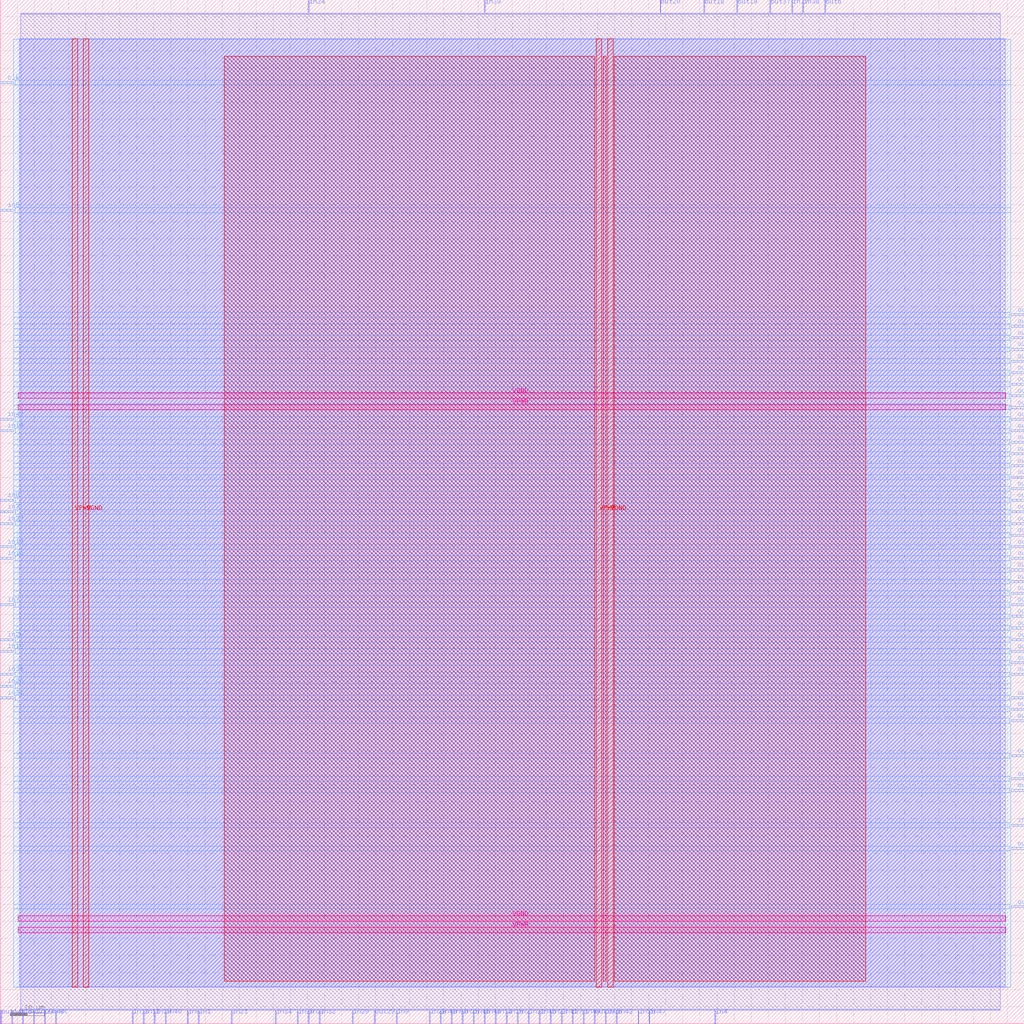
<source format=lef>
VERSION 5.7 ;
  NOWIREEXTENSIONATPIN ON ;
  DIVIDERCHAR "/" ;
  BUSBITCHARS "[]" ;
MACRO netlist_2
  CLASS BLOCK ;
  FOREIGN netlist_2 ;
  ORIGIN 0.000 0.000 ;
  SIZE 300.000 BY 300.000 ;
  PIN VGND
    DIRECTION INOUT ;
    USE GROUND ;
    PORT
      LAYER met4 ;
        RECT 24.340 10.640 25.940 288.560 ;
    END
    PORT
      LAYER met4 ;
        RECT 177.940 10.640 179.540 288.560 ;
    END
    PORT
      LAYER met5 ;
        RECT 5.280 30.030 294.640 31.630 ;
    END
    PORT
      LAYER met5 ;
        RECT 5.280 183.210 294.640 184.810 ;
    END
  END VGND
  PIN VPWR
    DIRECTION INOUT ;
    USE POWER ;
    PORT
      LAYER met4 ;
        RECT 21.040 10.640 22.640 288.560 ;
    END
    PORT
      LAYER met4 ;
        RECT 174.640 10.640 176.240 288.560 ;
    END
    PORT
      LAYER met5 ;
        RECT 5.280 26.730 294.640 28.330 ;
    END
    PORT
      LAYER met5 ;
        RECT 5.280 179.910 294.640 181.510 ;
    END
  END VPWR
  PIN clk
    DIRECTION INPUT ;
    USE SIGNAL ;
    ANTENNAGATEAREA 0.852000 ;
    ANTENNADIFFAREA 0.434700 ;
    PORT
      LAYER met3 ;
        RECT 0.000 275.440 4.000 276.040 ;
    END
  END clk
  PIN in0
    DIRECTION INPUT ;
    USE SIGNAL ;
    ANTENNAGATEAREA 0.213000 ;
    ANTENNADIFFAREA 0.434700 ;
    PORT
      LAYER met2 ;
        RECT 54.830 0.000 55.110 4.000 ;
    END
  END in0
  PIN in1
    DIRECTION INPUT ;
    USE SIGNAL ;
    ANTENNAGATEAREA 0.426000 ;
    ANTENNADIFFAREA 0.434700 ;
    PORT
      LAYER met2 ;
        RECT 58.050 0.000 58.330 4.000 ;
    END
  END in1
  PIN in10
    DIRECTION INPUT ;
    USE SIGNAL ;
    ANTENNAGATEAREA 0.213000 ;
    ANTENNADIFFAREA 0.434700 ;
    PORT
      LAYER met3 ;
        RECT 0.000 108.840 4.000 109.440 ;
    END
  END in10
  PIN in11
    DIRECTION INPUT ;
    USE SIGNAL ;
    ANTENNAGATEAREA 0.213000 ;
    ANTENNADIFFAREA 0.434700 ;
    PORT
      LAYER met2 ;
        RECT 41.950 0.000 42.230 4.000 ;
    END
  END in11
  PIN in12
    DIRECTION INPUT ;
    USE SIGNAL ;
    ANTENNAGATEAREA 0.196500 ;
    ANTENNADIFFAREA 0.434700 ;
    PORT
      LAYER met3 ;
        RECT 0.000 139.440 4.000 140.040 ;
    END
  END in12
  PIN in13
    DIRECTION INPUT ;
    USE SIGNAL ;
    ANTENNAGATEAREA 0.426000 ;
    ANTENNADIFFAREA 0.434700 ;
    PORT
      LAYER met2 ;
        RECT 38.730 0.000 39.010 4.000 ;
    END
  END in13
  PIN in14
    DIRECTION INPUT ;
    USE SIGNAL ;
    ANTENNAGATEAREA 0.196500 ;
    ANTENNADIFFAREA 0.434700 ;
    PORT
      LAYER met2 ;
        RECT 144.990 0.000 145.270 4.000 ;
    END
  END in14
  PIN in15
    DIRECTION INPUT ;
    USE SIGNAL ;
    ANTENNAGATEAREA 0.196500 ;
    ANTENNADIFFAREA 0.434700 ;
    PORT
      LAYER met2 ;
        RECT 148.210 0.000 148.490 4.000 ;
    END
  END in15
  PIN in16
    DIRECTION INPUT ;
    USE SIGNAL ;
    ANTENNAGATEAREA 0.196500 ;
    ANTENNADIFFAREA 0.434700 ;
    PORT
      LAYER met3 ;
        RECT 0.000 136.040 4.000 136.640 ;
    END
  END in16
  PIN in17
    DIRECTION INPUT ;
    USE SIGNAL ;
    ANTENNAGATEAREA 0.126000 ;
    ANTENNADIFFAREA 0.434700 ;
    PORT
      LAYER met2 ;
        RECT 231.930 296.000 232.210 300.000 ;
    END
  END in17
  PIN in18
    DIRECTION INPUT ;
    USE SIGNAL ;
    ANTENNAGATEAREA 0.426000 ;
    ANTENNADIFFAREA 0.434700 ;
    PORT
      LAYER met3 ;
        RECT 0.000 173.440 4.000 174.040 ;
    END
  END in18
  PIN in19
    DIRECTION INPUT ;
    USE SIGNAL ;
    ANTENNAGATEAREA 0.213000 ;
    ANTENNADIFFAREA 0.434700 ;
    PORT
      LAYER met2 ;
        RECT 45.170 0.000 45.450 4.000 ;
    END
  END in19
  PIN in2
    DIRECTION INPUT ;
    USE SIGNAL ;
    ANTENNAGATEAREA 0.196500 ;
    ANTENNADIFFAREA 0.434700 ;
    PORT
      LAYER met2 ;
        RECT 151.430 0.000 151.710 4.000 ;
    END
  END in2
  PIN in20
    DIRECTION INPUT ;
    USE SIGNAL ;
    ANTENNAGATEAREA 0.213000 ;
    ANTENNADIFFAREA 0.434700 ;
    PORT
      LAYER met3 ;
        RECT 0.000 112.240 4.000 112.840 ;
    END
  END in20
  PIN in21
    DIRECTION INPUT ;
    USE SIGNAL ;
    ANTENNAGATEAREA 0.247500 ;
    ANTENNADIFFAREA 0.434700 ;
    PORT
      LAYER met2 ;
        RECT 67.710 0.000 67.990 4.000 ;
    END
  END in21
  PIN in22
    DIRECTION INPUT ;
    USE SIGNAL ;
    ANTENNAGATEAREA 0.196500 ;
    ANTENNADIFFAREA 0.434700 ;
    PORT
      LAYER met2 ;
        RECT 154.650 0.000 154.930 4.000 ;
    END
  END in22
  PIN in23
    DIRECTION INPUT ;
    USE SIGNAL ;
    ANTENNAGATEAREA 0.213000 ;
    ANTENNADIFFAREA 0.434700 ;
    PORT
      LAYER met2 ;
        RECT 161.090 0.000 161.370 4.000 ;
    END
  END in23
  PIN in24
    DIRECTION INPUT ;
    USE SIGNAL ;
    ANTENNAGATEAREA 0.196500 ;
    ANTENNADIFFAREA 0.434700 ;
    PORT
      LAYER met2 ;
        RECT 90.250 296.000 90.530 300.000 ;
    END
  END in24
  PIN in25
    DIRECTION INPUT ;
    USE SIGNAL ;
    ANTENNAGATEAREA 0.196500 ;
    ANTENNADIFFAREA 0.434700 ;
    PORT
      LAYER met2 ;
        RECT 135.330 0.000 135.610 4.000 ;
    END
  END in25
  PIN in26
    DIRECTION INPUT ;
    USE SIGNAL ;
    ANTENNAGATEAREA 0.196500 ;
    ANTENNADIFFAREA 0.434700 ;
    PORT
      LAYER met3 ;
        RECT 0.000 98.640 4.000 99.240 ;
    END
  END in26
  PIN in27
    DIRECTION INPUT ;
    USE SIGNAL ;
    ANTENNAGATEAREA 0.159000 ;
    ANTENNADIFFAREA 0.434700 ;
    PORT
      LAYER met2 ;
        RECT 90.250 0.000 90.530 4.000 ;
    END
  END in27
  PIN in28
    DIRECTION INPUT ;
    USE SIGNAL ;
    ANTENNAGATEAREA 0.196500 ;
    ANTENNADIFFAREA 0.434700 ;
    PORT
      LAYER met2 ;
        RECT 125.670 0.000 125.950 4.000 ;
    END
  END in28
  PIN in29
    DIRECTION INPUT ;
    USE SIGNAL ;
    ANTENNAGATEAREA 0.196500 ;
    ANTENNADIFFAREA 0.434700 ;
    PORT
      LAYER met2 ;
        RECT 103.130 0.000 103.410 4.000 ;
    END
  END in29
  PIN in3
    DIRECTION INPUT ;
    USE SIGNAL ;
    ANTENNAGATEAREA 0.159000 ;
    ANTENNADIFFAREA 0.434700 ;
    PORT
      LAYER met3 ;
        RECT 0.000 149.640 4.000 150.240 ;
    END
  END in3
  PIN in30
    DIRECTION INPUT ;
    USE SIGNAL ;
    ANTENNAGATEAREA 0.196500 ;
    ANTENNADIFFAREA 0.434700 ;
    PORT
      LAYER met2 ;
        RECT 87.030 0.000 87.310 4.000 ;
    END
  END in30
  PIN in31
    DIRECTION INPUT ;
    USE SIGNAL ;
    ANTENNAGATEAREA 0.196500 ;
    ANTENNADIFFAREA 0.434700 ;
    PORT
      LAYER met3 ;
        RECT 0.000 95.240 4.000 95.840 ;
    END
  END in31
  PIN in32
    DIRECTION INPUT ;
    USE SIGNAL ;
    ANTENNAGATEAREA 0.159000 ;
    ANTENNADIFFAREA 0.434700 ;
    PORT
      LAYER met2 ;
        RECT 93.470 0.000 93.750 4.000 ;
    END
  END in32
  PIN in33
    DIRECTION INPUT ;
    USE SIGNAL ;
    ANTENNAGATEAREA 0.126000 ;
    ANTENNADIFFAREA 0.434700 ;
    PORT
      LAYER met3 ;
        RECT 0.000 102.040 4.000 102.640 ;
    END
  END in33
  PIN in34
    DIRECTION INPUT ;
    USE SIGNAL ;
    ANTENNAGATEAREA 0.213000 ;
    ANTENNADIFFAREA 0.434700 ;
    PORT
      LAYER met2 ;
        RECT 80.590 0.000 80.870 4.000 ;
    END
  END in34
  PIN in35
    DIRECTION INPUT ;
    USE SIGNAL ;
    ANTENNAGATEAREA 0.196500 ;
    ANTENNADIFFAREA 0.434700 ;
    PORT
      LAYER met2 ;
        RECT 186.850 0.000 187.130 4.000 ;
    END
  END in35
  PIN in36
    DIRECTION INPUT ;
    USE SIGNAL ;
    ANTENNAGATEAREA 0.213000 ;
    ANTENNADIFFAREA 0.434700 ;
    PORT
      LAYER met2 ;
        RECT 177.190 0.000 177.470 4.000 ;
    END
  END in36
  PIN in37
    DIRECTION INPUT ;
    USE SIGNAL ;
    ANTENNAGATEAREA 0.159000 ;
    ANTENNADIFFAREA 0.434700 ;
    PORT
      LAYER met3 ;
        RECT 0.000 146.240 4.000 146.840 ;
    END
  END in37
  PIN in38
    DIRECTION INPUT ;
    USE SIGNAL ;
    ANTENNAGATEAREA 0.213000 ;
    ANTENNADIFFAREA 0.434700 ;
    PORT
      LAYER met2 ;
        RECT 235.150 296.000 235.430 300.000 ;
    END
  END in38
  PIN in39
    DIRECTION INPUT ;
    USE SIGNAL ;
    ANTENNAGATEAREA 0.126000 ;
    ANTENNADIFFAREA 0.434700 ;
    PORT
      LAYER met2 ;
        RECT 141.770 296.000 142.050 300.000 ;
    END
  END in39
  PIN in4
    DIRECTION INPUT ;
    USE SIGNAL ;
    ANTENNAGATEAREA 0.196500 ;
    ANTENNADIFFAREA 0.434700 ;
    PORT
      LAYER met2 ;
        RECT 209.390 0.000 209.670 4.000 ;
    END
  END in4
  PIN in40
    DIRECTION INPUT ;
    USE SIGNAL ;
    ANTENNAGATEAREA 0.196500 ;
    ANTENNADIFFAREA 0.434700 ;
    PORT
      LAYER met2 ;
        RECT 48.390 0.000 48.670 4.000 ;
    END
  END in40
  PIN in41
    DIRECTION INPUT ;
    USE SIGNAL ;
    ANTENNAGATEAREA 0.196500 ;
    ANTENNADIFFAREA 0.434700 ;
    PORT
      LAYER met2 ;
        RECT 164.310 0.000 164.590 4.000 ;
    END
  END in41
  PIN in42
    DIRECTION INPUT ;
    USE SIGNAL ;
    ANTENNAGATEAREA 0.213000 ;
    ANTENNADIFFAREA 0.434700 ;
    PORT
      LAYER met2 ;
        RECT 180.410 0.000 180.690 4.000 ;
    END
  END in42
  PIN in43
    DIRECTION INPUT ;
    USE SIGNAL ;
    ANTENNAGATEAREA 0.213000 ;
    ANTENNADIFFAREA 0.434700 ;
    PORT
      LAYER met3 ;
        RECT 0.000 176.840 4.000 177.440 ;
    END
  END in43
  PIN in44
    DIRECTION INPUT ;
    USE SIGNAL ;
    ANTENNAGATEAREA 0.159000 ;
    ANTENNADIFFAREA 0.434700 ;
    PORT
      LAYER met2 ;
        RECT 141.770 0.000 142.050 4.000 ;
    END
  END in44
  PIN in45
    DIRECTION INPUT ;
    USE SIGNAL ;
    ANTENNAGATEAREA 0.196500 ;
    ANTENNADIFFAREA 0.434700 ;
    PORT
      LAYER met2 ;
        RECT 157.870 0.000 158.150 4.000 ;
    END
  END in45
  PIN in46
    DIRECTION INPUT ;
    USE SIGNAL ;
    ANTENNAGATEAREA 0.213000 ;
    ANTENNADIFFAREA 0.434700 ;
    PORT
      LAYER met2 ;
        RECT 138.550 0.000 138.830 4.000 ;
    END
  END in46
  PIN in47
    DIRECTION INPUT ;
    USE SIGNAL ;
    ANTENNAGATEAREA 0.126000 ;
    ANTENNADIFFAREA 0.434700 ;
    PORT
      LAYER met2 ;
        RECT 190.070 0.000 190.350 4.000 ;
    END
  END in47
  PIN in48
    DIRECTION INPUT ;
    USE SIGNAL ;
    ANTENNAGATEAREA 0.126000 ;
    ANTENNADIFFAREA 0.434700 ;
    PORT
      LAYER met2 ;
        RECT 128.890 0.000 129.170 4.000 ;
    END
  END in48
  PIN in49
    DIRECTION INPUT ;
    USE SIGNAL ;
    ANTENNAGATEAREA 0.196500 ;
    ANTENNADIFFAREA 0.434700 ;
    PORT
      LAYER met2 ;
        RECT 170.750 0.000 171.030 4.000 ;
    END
  END in49
  PIN in5
    DIRECTION INPUT ;
    USE SIGNAL ;
    ANTENNAGATEAREA 0.213000 ;
    ANTENNADIFFAREA 0.434700 ;
    PORT
      LAYER met3 ;
        RECT 0.000 238.040 4.000 238.640 ;
    END
  END in5
  PIN in50
    DIRECTION INPUT ;
    USE SIGNAL ;
    ANTENNAGATEAREA 0.196500 ;
    ANTENNADIFFAREA 0.434700 ;
    PORT
      LAYER met2 ;
        RECT 132.110 0.000 132.390 4.000 ;
    END
  END in50
  PIN in51
    DIRECTION INPUT ;
    USE SIGNAL ;
    ANTENNAGATEAREA 0.159000 ;
    ANTENNADIFFAREA 0.434700 ;
    PORT
      LAYER met2 ;
        RECT 167.530 0.000 167.810 4.000 ;
    END
  END in51
  PIN in6
    DIRECTION INPUT ;
    USE SIGNAL ;
    ANTENNAGATEAREA 0.495000 ;
    ANTENNADIFFAREA 0.434700 ;
    PORT
      LAYER met3 ;
        RECT 296.000 57.840 300.000 58.440 ;
    END
  END in6
  PIN in7
    DIRECTION INPUT ;
    USE SIGNAL ;
    ANTENNAGATEAREA 0.126000 ;
    ANTENNADIFFAREA 0.434700 ;
    PORT
      LAYER met3 ;
        RECT 0.000 122.440 4.000 123.040 ;
    END
  END in7
  PIN in8
    DIRECTION INPUT ;
    USE SIGNAL ;
    ANTENNAGATEAREA 0.159000 ;
    ANTENNADIFFAREA 0.434700 ;
    PORT
      LAYER met3 ;
        RECT 0.000 153.040 4.000 153.640 ;
    END
  END in8
  PIN in9
    DIRECTION INPUT ;
    USE SIGNAL ;
    ANTENNAGATEAREA 0.247500 ;
    ANTENNADIFFAREA 0.434700 ;
    PORT
      LAYER met2 ;
        RECT 116.010 0.000 116.290 4.000 ;
    END
  END in9
  PIN out0
    DIRECTION OUTPUT ;
    USE SIGNAL ;
    ANTENNADIFFAREA 0.340600 ;
    PORT
      LAYER met3 ;
        RECT 296.000 88.440 300.000 89.040 ;
    END
  END out0
  PIN out1
    DIRECTION OUTPUT ;
    USE SIGNAL ;
    ANTENNADIFFAREA 0.445500 ;
    PORT
      LAYER met3 ;
        RECT 296.000 68.040 300.000 68.640 ;
    END
  END out1
  PIN out10
    DIRECTION OUTPUT ;
    USE SIGNAL ;
    ANTENNADIFFAREA 0.445500 ;
    PORT
      LAYER met3 ;
        RECT 296.000 71.440 300.000 72.040 ;
    END
  END out10
  PIN out11
    DIRECTION OUTPUT ;
    USE SIGNAL ;
    ANTENNADIFFAREA 0.340600 ;
    PORT
      LAYER met3 ;
        RECT 296.000 187.040 300.000 187.640 ;
    END
  END out11
  PIN out12
    DIRECTION OUTPUT ;
    USE SIGNAL ;
    ANTENNADIFFAREA 0.340600 ;
    PORT
      LAYER met3 ;
        RECT 296.000 176.840 300.000 177.440 ;
    END
  END out12
  PIN out13
    DIRECTION OUTPUT ;
    USE SIGNAL ;
    ANTENNADIFFAREA 0.340600 ;
    PORT
      LAYER met3 ;
        RECT 296.000 170.040 300.000 170.640 ;
    END
  END out13
  PIN out14
    DIRECTION OUTPUT ;
    USE SIGNAL ;
    PORT
      LAYER met2 ;
        RECT 0.090 0.000 0.370 4.000 ;
    END
  END out14
  PIN out15
    DIRECTION OUTPUT ;
    USE SIGNAL ;
    PORT
      LAYER met2 ;
        RECT 3.310 0.000 3.590 4.000 ;
    END
  END out15
  PIN out16
    DIRECTION OUTPUT ;
    USE SIGNAL ;
    ANTENNADIFFAREA 0.445500 ;
    PORT
      LAYER met3 ;
        RECT 296.000 200.640 300.000 201.240 ;
    END
  END out16
  PIN out17
    DIRECTION OUTPUT ;
    USE SIGNAL ;
    PORT
      LAYER met2 ;
        RECT 6.530 0.000 6.810 4.000 ;
    END
  END out17
  PIN out18
    DIRECTION OUTPUT ;
    USE SIGNAL ;
    ANTENNADIFFAREA 0.340600 ;
    PORT
      LAYER met2 ;
        RECT 206.170 296.000 206.450 300.000 ;
    END
  END out18
  PIN out19
    DIRECTION OUTPUT ;
    USE SIGNAL ;
    ANTENNADIFFAREA 0.340600 ;
    PORT
      LAYER met2 ;
        RECT 215.830 296.000 216.110 300.000 ;
    END
  END out19
  PIN out2
    DIRECTION OUTPUT ;
    USE SIGNAL ;
    ANTENNADIFFAREA 0.340600 ;
    PORT
      LAYER met3 ;
        RECT 296.000 102.040 300.000 102.640 ;
    END
  END out2
  PIN out20
    DIRECTION OUTPUT ;
    USE SIGNAL ;
    ANTENNADIFFAREA 0.795200 ;
    PORT
      LAYER met2 ;
        RECT 193.290 296.000 193.570 300.000 ;
    END
  END out20
  PIN out21
    DIRECTION OUTPUT ;
    USE SIGNAL ;
    ANTENNADIFFAREA 0.445500 ;
    PORT
      LAYER met3 ;
        RECT 296.000 122.440 300.000 123.040 ;
    END
  END out21
  PIN out22
    DIRECTION OUTPUT ;
    USE SIGNAL ;
    ANTENNADIFFAREA 0.445500 ;
    PORT
      LAYER met3 ;
        RECT 296.000 105.440 300.000 106.040 ;
    END
  END out22
  PIN out23
    DIRECTION OUTPUT ;
    USE SIGNAL ;
    ANTENNADIFFAREA 0.445500 ;
    PORT
      LAYER met3 ;
        RECT 296.000 129.240 300.000 129.840 ;
    END
  END out23
  PIN out24
    DIRECTION OUTPUT ;
    USE SIGNAL ;
    ANTENNADIFFAREA 0.340600 ;
    PORT
      LAYER met3 ;
        RECT 296.000 159.840 300.000 160.440 ;
    END
  END out24
  PIN out25
    DIRECTION OUTPUT ;
    USE SIGNAL ;
    ANTENNADIFFAREA 0.340600 ;
    PORT
      LAYER met3 ;
        RECT 296.000 156.440 300.000 157.040 ;
    END
  END out25
  PIN out26
    DIRECTION OUTPUT ;
    USE SIGNAL ;
    ANTENNADIFFAREA 0.445500 ;
    PORT
      LAYER met3 ;
        RECT 296.000 153.040 300.000 153.640 ;
    END
  END out26
  PIN out27
    DIRECTION OUTPUT ;
    USE SIGNAL ;
    ANTENNADIFFAREA 0.445500 ;
    PORT
      LAYER met3 ;
        RECT 296.000 207.440 300.000 208.040 ;
    END
  END out27
  PIN out28
    DIRECTION OUTPUT ;
    USE SIGNAL ;
    ANTENNADIFFAREA 0.445500 ;
    PORT
      LAYER met3 ;
        RECT 296.000 163.240 300.000 163.840 ;
    END
  END out28
  PIN out29
    DIRECTION OUTPUT ;
    USE SIGNAL ;
    ANTENNADIFFAREA 0.445500 ;
    PORT
      LAYER met2 ;
        RECT 109.570 0.000 109.850 4.000 ;
    END
  END out29
  PIN out3
    DIRECTION OUTPUT ;
    USE SIGNAL ;
    ANTENNADIFFAREA 0.340600 ;
    PORT
      LAYER met3 ;
        RECT 296.000 166.640 300.000 167.240 ;
    END
  END out3
  PIN out30
    DIRECTION OUTPUT ;
    USE SIGNAL ;
    ANTENNADIFFAREA 0.445500 ;
    PORT
      LAYER met3 ;
        RECT 296.000 173.440 300.000 174.040 ;
    END
  END out30
  PIN out31
    DIRECTION OUTPUT ;
    USE SIGNAL ;
    ANTENNADIFFAREA 0.445500 ;
    PORT
      LAYER met3 ;
        RECT 296.000 91.840 300.000 92.440 ;
    END
  END out31
  PIN out32
    DIRECTION OUTPUT ;
    USE SIGNAL ;
    ANTENNADIFFAREA 0.445500 ;
    PORT
      LAYER met3 ;
        RECT 296.000 108.840 300.000 109.440 ;
    END
  END out32
  PIN out33
    DIRECTION OUTPUT ;
    USE SIGNAL ;
    ANTENNADIFFAREA 0.445500 ;
    PORT
      LAYER met3 ;
        RECT 296.000 146.240 300.000 146.840 ;
    END
  END out33
  PIN out34
    DIRECTION OUTPUT ;
    USE SIGNAL ;
    PORT
      LAYER met2 ;
        RECT 9.750 0.000 10.030 4.000 ;
    END
  END out34
  PIN out35
    DIRECTION OUTPUT ;
    USE SIGNAL ;
    ANTENNADIFFAREA 0.340600 ;
    PORT
      LAYER met3 ;
        RECT 296.000 149.640 300.000 150.240 ;
    END
  END out35
  PIN out36
    DIRECTION OUTPUT ;
    USE SIGNAL ;
    ANTENNADIFFAREA 0.445500 ;
    PORT
      LAYER met3 ;
        RECT 296.000 34.040 300.000 34.640 ;
    END
  END out36
  PIN out37
    DIRECTION OUTPUT ;
    USE SIGNAL ;
    ANTENNADIFFAREA 0.340600 ;
    PORT
      LAYER met2 ;
        RECT 225.490 296.000 225.770 300.000 ;
    END
  END out37
  PIN out38
    DIRECTION OUTPUT ;
    USE SIGNAL ;
    ANTENNADIFFAREA 0.340600 ;
    PORT
      LAYER met3 ;
        RECT 296.000 125.840 300.000 126.440 ;
    END
  END out38
  PIN out39
    DIRECTION OUTPUT ;
    USE SIGNAL ;
    ANTENNADIFFAREA 0.445500 ;
    PORT
      LAYER met2 ;
        RECT 173.970 0.000 174.250 4.000 ;
    END
  END out39
  PIN out4
    DIRECTION OUTPUT ;
    USE SIGNAL ;
    ANTENNADIFFAREA 0.340600 ;
    PORT
      LAYER met3 ;
        RECT 296.000 204.040 300.000 204.640 ;
    END
  END out4
  PIN out40
    DIRECTION OUTPUT ;
    USE SIGNAL ;
    PORT
      LAYER met2 ;
        RECT 12.970 0.000 13.250 4.000 ;
    END
  END out40
  PIN out41
    DIRECTION OUTPUT ;
    USE SIGNAL ;
    ANTENNADIFFAREA 0.340600 ;
    PORT
      LAYER met3 ;
        RECT 296.000 78.240 300.000 78.840 ;
    END
  END out41
  PIN out42
    DIRECTION OUTPUT ;
    USE SIGNAL ;
    ANTENNADIFFAREA 0.445500 ;
    PORT
      LAYER met3 ;
        RECT 296.000 95.240 300.000 95.840 ;
    END
  END out42
  PIN out43
    DIRECTION OUTPUT ;
    USE SIGNAL ;
    ANTENNADIFFAREA 0.340600 ;
    PORT
      LAYER met3 ;
        RECT 296.000 183.640 300.000 184.240 ;
    END
  END out43
  PIN out44
    DIRECTION OUTPUT ;
    USE SIGNAL ;
    ANTENNADIFFAREA 0.445500 ;
    PORT
      LAYER met3 ;
        RECT 296.000 197.240 300.000 197.840 ;
    END
  END out44
  PIN out45
    DIRECTION OUTPUT ;
    USE SIGNAL ;
    ANTENNADIFFAREA 0.445500 ;
    PORT
      LAYER met3 ;
        RECT 296.000 132.640 300.000 133.240 ;
    END
  END out45
  PIN out46
    DIRECTION OUTPUT ;
    USE SIGNAL ;
    ANTENNADIFFAREA 0.445500 ;
    PORT
      LAYER met3 ;
        RECT 296.000 136.040 300.000 136.640 ;
    END
  END out46
  PIN out47
    DIRECTION OUTPUT ;
    USE SIGNAL ;
    ANTENNADIFFAREA 0.445500 ;
    PORT
      LAYER met3 ;
        RECT 296.000 119.040 300.000 119.640 ;
    END
  END out47
  PIN out48
    DIRECTION OUTPUT ;
    USE SIGNAL ;
    ANTENNADIFFAREA 0.445500 ;
    PORT
      LAYER met3 ;
        RECT 296.000 139.440 300.000 140.040 ;
    END
  END out48
  PIN out49
    DIRECTION OUTPUT ;
    USE SIGNAL ;
    ANTENNADIFFAREA 0.445500 ;
    PORT
      LAYER met3 ;
        RECT 296.000 112.240 300.000 112.840 ;
    END
  END out49
  PIN out5
    DIRECTION OUTPUT ;
    USE SIGNAL ;
    ANTENNADIFFAREA 0.445500 ;
    PORT
      LAYER met3 ;
        RECT 296.000 193.840 300.000 194.440 ;
    END
  END out5
  PIN out50
    DIRECTION OUTPUT ;
    USE SIGNAL ;
    ANTENNADIFFAREA 0.445500 ;
    PORT
      LAYER met3 ;
        RECT 296.000 115.640 300.000 116.240 ;
    END
  END out50
  PIN out51
    DIRECTION OUTPUT ;
    USE SIGNAL ;
    ANTENNADIFFAREA 0.445500 ;
    PORT
      LAYER met3 ;
        RECT 296.000 51.040 300.000 51.640 ;
    END
  END out51
  PIN out6
    DIRECTION OUTPUT ;
    USE SIGNAL ;
    ANTENNADIFFAREA 0.795200 ;
    PORT
      LAYER met2 ;
        RECT 241.590 296.000 241.870 300.000 ;
    END
  END out6
  PIN out7
    DIRECTION OUTPUT ;
    USE SIGNAL ;
    ANTENNADIFFAREA 0.445500 ;
    PORT
      LAYER met3 ;
        RECT 296.000 180.240 300.000 180.840 ;
    END
  END out7
  PIN out8
    DIRECTION OUTPUT ;
    USE SIGNAL ;
    ANTENNADIFFAREA 0.445500 ;
    PORT
      LAYER met3 ;
        RECT 296.000 190.440 300.000 191.040 ;
    END
  END out8
  PIN out9
    DIRECTION OUTPUT ;
    USE SIGNAL ;
    ANTENNADIFFAREA 0.445500 ;
    PORT
      LAYER met3 ;
        RECT 296.000 142.840 300.000 143.440 ;
    END
  END out9
  PIN rst
    DIRECTION INPUT ;
    USE SIGNAL ;
    PORT
      LAYER met2 ;
        RECT 16.190 0.000 16.470 4.000 ;
    END
  END rst
  OBS
      LAYER li1 ;
        RECT 5.520 10.795 294.400 288.405 ;
      LAYER met1 ;
        RECT 5.520 10.640 294.400 288.560 ;
      LAYER met2 ;
        RECT 6.070 295.720 89.970 296.000 ;
        RECT 90.810 295.720 141.490 296.000 ;
        RECT 142.330 295.720 193.010 296.000 ;
        RECT 193.850 295.720 205.890 296.000 ;
        RECT 206.730 295.720 215.550 296.000 ;
        RECT 216.390 295.720 225.210 296.000 ;
        RECT 226.050 295.720 231.650 296.000 ;
        RECT 232.490 295.720 234.870 296.000 ;
        RECT 235.710 295.720 241.310 296.000 ;
        RECT 242.150 295.720 292.930 296.000 ;
        RECT 6.070 4.280 292.930 295.720 ;
        RECT 6.070 4.000 6.250 4.280 ;
        RECT 7.090 4.000 9.470 4.280 ;
        RECT 10.310 4.000 12.690 4.280 ;
        RECT 13.530 4.000 15.910 4.280 ;
        RECT 16.750 4.000 38.450 4.280 ;
        RECT 39.290 4.000 41.670 4.280 ;
        RECT 42.510 4.000 44.890 4.280 ;
        RECT 45.730 4.000 48.110 4.280 ;
        RECT 48.950 4.000 54.550 4.280 ;
        RECT 55.390 4.000 57.770 4.280 ;
        RECT 58.610 4.000 67.430 4.280 ;
        RECT 68.270 4.000 80.310 4.280 ;
        RECT 81.150 4.000 86.750 4.280 ;
        RECT 87.590 4.000 89.970 4.280 ;
        RECT 90.810 4.000 93.190 4.280 ;
        RECT 94.030 4.000 102.850 4.280 ;
        RECT 103.690 4.000 109.290 4.280 ;
        RECT 110.130 4.000 115.730 4.280 ;
        RECT 116.570 4.000 125.390 4.280 ;
        RECT 126.230 4.000 128.610 4.280 ;
        RECT 129.450 4.000 131.830 4.280 ;
        RECT 132.670 4.000 135.050 4.280 ;
        RECT 135.890 4.000 138.270 4.280 ;
        RECT 139.110 4.000 141.490 4.280 ;
        RECT 142.330 4.000 144.710 4.280 ;
        RECT 145.550 4.000 147.930 4.280 ;
        RECT 148.770 4.000 151.150 4.280 ;
        RECT 151.990 4.000 154.370 4.280 ;
        RECT 155.210 4.000 157.590 4.280 ;
        RECT 158.430 4.000 160.810 4.280 ;
        RECT 161.650 4.000 164.030 4.280 ;
        RECT 164.870 4.000 167.250 4.280 ;
        RECT 168.090 4.000 170.470 4.280 ;
        RECT 171.310 4.000 173.690 4.280 ;
        RECT 174.530 4.000 176.910 4.280 ;
        RECT 177.750 4.000 180.130 4.280 ;
        RECT 180.970 4.000 186.570 4.280 ;
        RECT 187.410 4.000 189.790 4.280 ;
        RECT 190.630 4.000 209.110 4.280 ;
        RECT 209.950 4.000 292.930 4.280 ;
      LAYER met3 ;
        RECT 4.000 276.440 296.000 288.485 ;
        RECT 4.400 275.040 296.000 276.440 ;
        RECT 4.000 239.040 296.000 275.040 ;
        RECT 4.400 237.640 296.000 239.040 ;
        RECT 4.000 208.440 296.000 237.640 ;
        RECT 4.000 207.040 295.600 208.440 ;
        RECT 4.000 205.040 296.000 207.040 ;
        RECT 4.000 203.640 295.600 205.040 ;
        RECT 4.000 201.640 296.000 203.640 ;
        RECT 4.000 200.240 295.600 201.640 ;
        RECT 4.000 198.240 296.000 200.240 ;
        RECT 4.000 196.840 295.600 198.240 ;
        RECT 4.000 194.840 296.000 196.840 ;
        RECT 4.000 193.440 295.600 194.840 ;
        RECT 4.000 191.440 296.000 193.440 ;
        RECT 4.000 190.040 295.600 191.440 ;
        RECT 4.000 188.040 296.000 190.040 ;
        RECT 4.000 186.640 295.600 188.040 ;
        RECT 4.000 184.640 296.000 186.640 ;
        RECT 4.000 183.240 295.600 184.640 ;
        RECT 4.000 181.240 296.000 183.240 ;
        RECT 4.000 179.840 295.600 181.240 ;
        RECT 4.000 177.840 296.000 179.840 ;
        RECT 4.400 176.440 295.600 177.840 ;
        RECT 4.000 174.440 296.000 176.440 ;
        RECT 4.400 173.040 295.600 174.440 ;
        RECT 4.000 171.040 296.000 173.040 ;
        RECT 4.000 169.640 295.600 171.040 ;
        RECT 4.000 167.640 296.000 169.640 ;
        RECT 4.000 166.240 295.600 167.640 ;
        RECT 4.000 164.240 296.000 166.240 ;
        RECT 4.000 162.840 295.600 164.240 ;
        RECT 4.000 160.840 296.000 162.840 ;
        RECT 4.000 159.440 295.600 160.840 ;
        RECT 4.000 157.440 296.000 159.440 ;
        RECT 4.000 156.040 295.600 157.440 ;
        RECT 4.000 154.040 296.000 156.040 ;
        RECT 4.400 152.640 295.600 154.040 ;
        RECT 4.000 150.640 296.000 152.640 ;
        RECT 4.400 149.240 295.600 150.640 ;
        RECT 4.000 147.240 296.000 149.240 ;
        RECT 4.400 145.840 295.600 147.240 ;
        RECT 4.000 143.840 296.000 145.840 ;
        RECT 4.000 142.440 295.600 143.840 ;
        RECT 4.000 140.440 296.000 142.440 ;
        RECT 4.400 139.040 295.600 140.440 ;
        RECT 4.000 137.040 296.000 139.040 ;
        RECT 4.400 135.640 295.600 137.040 ;
        RECT 4.000 133.640 296.000 135.640 ;
        RECT 4.000 132.240 295.600 133.640 ;
        RECT 4.000 130.240 296.000 132.240 ;
        RECT 4.000 128.840 295.600 130.240 ;
        RECT 4.000 126.840 296.000 128.840 ;
        RECT 4.000 125.440 295.600 126.840 ;
        RECT 4.000 123.440 296.000 125.440 ;
        RECT 4.400 122.040 295.600 123.440 ;
        RECT 4.000 120.040 296.000 122.040 ;
        RECT 4.000 118.640 295.600 120.040 ;
        RECT 4.000 116.640 296.000 118.640 ;
        RECT 4.000 115.240 295.600 116.640 ;
        RECT 4.000 113.240 296.000 115.240 ;
        RECT 4.400 111.840 295.600 113.240 ;
        RECT 4.000 109.840 296.000 111.840 ;
        RECT 4.400 108.440 295.600 109.840 ;
        RECT 4.000 106.440 296.000 108.440 ;
        RECT 4.000 105.040 295.600 106.440 ;
        RECT 4.000 103.040 296.000 105.040 ;
        RECT 4.400 101.640 295.600 103.040 ;
        RECT 4.000 99.640 296.000 101.640 ;
        RECT 4.400 98.240 296.000 99.640 ;
        RECT 4.000 96.240 296.000 98.240 ;
        RECT 4.400 94.840 295.600 96.240 ;
        RECT 4.000 92.840 296.000 94.840 ;
        RECT 4.000 91.440 295.600 92.840 ;
        RECT 4.000 89.440 296.000 91.440 ;
        RECT 4.000 88.040 295.600 89.440 ;
        RECT 4.000 79.240 296.000 88.040 ;
        RECT 4.000 77.840 295.600 79.240 ;
        RECT 4.000 72.440 296.000 77.840 ;
        RECT 4.000 71.040 295.600 72.440 ;
        RECT 4.000 69.040 296.000 71.040 ;
        RECT 4.000 67.640 295.600 69.040 ;
        RECT 4.000 58.840 296.000 67.640 ;
        RECT 4.000 57.440 295.600 58.840 ;
        RECT 4.000 52.040 296.000 57.440 ;
        RECT 4.000 50.640 295.600 52.040 ;
        RECT 4.000 35.040 296.000 50.640 ;
        RECT 4.000 33.640 295.600 35.040 ;
        RECT 4.000 10.715 296.000 33.640 ;
      LAYER met4 ;
        RECT 65.615 12.415 174.240 283.385 ;
        RECT 176.640 12.415 177.540 283.385 ;
        RECT 179.940 12.415 253.625 283.385 ;
  END
END netlist_2
END LIBRARY


</source>
